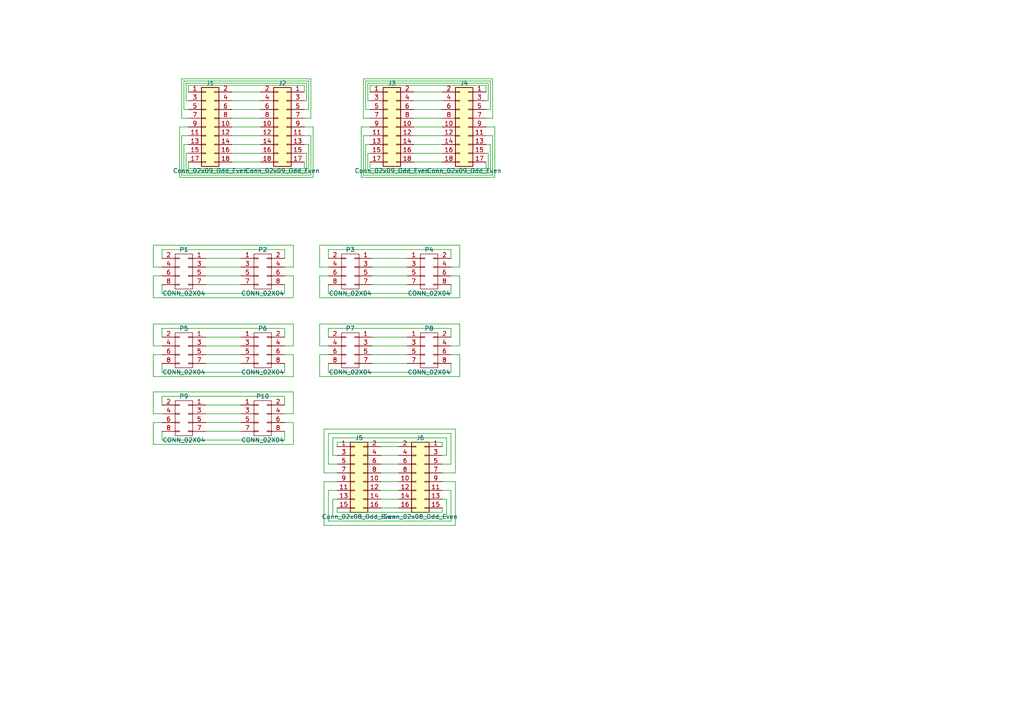
<source format=kicad_sch>
(kicad_sch (version 20230121) (generator eeschema)
  (paper "A4")
  (lib_symbols
    (symbol "Front-Connector-Board-rescue:CONN_02X04" (pin_names (offset 0.0254) hide)
      (property "Reference" "P" (at 0 6.35 0))
      (property "Value" "CONN_02X04" (at 0 -6.35 0))
      (symbol "CONN_02X04_0_1"
        (rectangle (start -2.54 -3.683) (end -1.27 -3.937))
        (rectangle (start -2.54 -1.143) (end -1.27 -1.397))
        (rectangle (start -2.54 1.397) (end -1.27 1.143))
        (rectangle (start -2.54 3.937) (end -1.27 3.683))
        (rectangle (start -2.54 5.08) (end 2.54 -5.08))
        (rectangle (start 1.27 -3.683) (end 2.54 -3.937))
        (rectangle (start 1.27 -1.143) (end 2.54 -1.397))
        (rectangle (start 1.27 1.397) (end 2.54 1.143))
        (rectangle (start 1.27 3.937) (end 2.54 3.683))
      )
      (symbol "CONN_02X04_1_1"
        (pin passive line (at -6.35 3.81 0) (length 3.81) (name "P1") (number "1"))
        (pin passive line (at 6.35 3.81 180) (length 3.81) (name "P2") (number "2"))
        (pin passive line (at -6.35 1.27 0) (length 3.81) (name "P3") (number "3"))
        (pin passive line (at 6.35 1.27 180) (length 3.81) (name "P4") (number "4"))
        (pin passive line (at -6.35 -1.27 0) (length 3.81) (name "P5") (number "5"))
        (pin passive line (at 6.35 -1.27 180) (length 3.81) (name "P6") (number "6"))
        (pin passive line (at -6.35 -3.81 0) (length 3.81) (name "P7") (number "7"))
        (pin passive line (at 6.35 -3.81 180) (length 3.81) (name "P8") (number "8"))
      )
    )
    (symbol "Front-Connector-Board-rescue:Conn_02x08_Odd_Even" (pin_names (offset 1.016) hide)
      (property "Reference" "J" (at 1.27 10.16 0))
      (property "Value" "Conn_02x08_Odd_Even" (at 1.27 -12.7 0))
      (symbol "Conn_02x08_Odd_Even_1_1"
        (rectangle (start -1.27 -10.033) (end 0 -10.287) (stroke (width 0.1524)))
        (rectangle (start -1.27 -7.493) (end 0 -7.747) (stroke (width 0.1524)))
        (rectangle (start -1.27 -4.953) (end 0 -5.207) (stroke (width 0.1524)))
        (rectangle (start -1.27 -2.413) (end 0 -2.667) (stroke (width 0.1524)))
        (rectangle (start -1.27 0.127) (end 0 -0.127) (stroke (width 0.1524)))
        (rectangle (start -1.27 2.667) (end 0 2.413) (stroke (width 0.1524)))
        (rectangle (start -1.27 5.207) (end 0 4.953) (stroke (width 0.1524)))
        (rectangle (start -1.27 7.747) (end 0 7.493) (stroke (width 0.1524)))
        (rectangle (start -1.27 8.89) (end 3.81 -11.43) (stroke (width 0.254)) (fill (type background)))
        (rectangle (start 3.81 -10.033) (end 2.54 -10.287) (stroke (width 0.1524)))
        (rectangle (start 3.81 -7.493) (end 2.54 -7.747) (stroke (width 0.1524)))
        (rectangle (start 3.81 -4.953) (end 2.54 -5.207) (stroke (width 0.1524)))
        (rectangle (start 3.81 -2.413) (end 2.54 -2.667) (stroke (width 0.1524)))
        (rectangle (start 3.81 0.127) (end 2.54 -0.127) (stroke (width 0.1524)))
        (rectangle (start 3.81 2.667) (end 2.54 2.413) (stroke (width 0.1524)))
        (rectangle (start 3.81 5.207) (end 2.54 4.953) (stroke (width 0.1524)))
        (rectangle (start 3.81 7.747) (end 2.54 7.493) (stroke (width 0.1524)))
        (pin passive line (at -5.08 7.62 0) (length 3.81) (name "Pin_1") (number "1"))
        (pin passive line (at 7.62 -2.54 180) (length 3.81) (name "Pin_10") (number "10"))
        (pin passive line (at -5.08 -5.08 0) (length 3.81) (name "Pin_11") (number "11"))
        (pin passive line (at 7.62 -5.08 180) (length 3.81) (name "Pin_12") (number "12"))
        (pin passive line (at -5.08 -7.62 0) (length 3.81) (name "Pin_13") (number "13"))
        (pin passive line (at 7.62 -7.62 180) (length 3.81) (name "Pin_14") (number "14"))
        (pin passive line (at -5.08 -10.16 0) (length 3.81) (name "Pin_15") (number "15"))
        (pin passive line (at 7.62 -10.16 180) (length 3.81) (name "Pin_16") (number "16"))
        (pin passive line (at 7.62 7.62 180) (length 3.81) (name "Pin_2") (number "2"))
        (pin passive line (at -5.08 5.08 0) (length 3.81) (name "Pin_3") (number "3"))
        (pin passive line (at 7.62 5.08 180) (length 3.81) (name "Pin_4") (number "4"))
        (pin passive line (at -5.08 2.54 0) (length 3.81) (name "Pin_5") (number "5"))
        (pin passive line (at 7.62 2.54 180) (length 3.81) (name "Pin_6") (number "6"))
        (pin passive line (at -5.08 0 0) (length 3.81) (name "Pin_7") (number "7"))
        (pin passive line (at 7.62 0 180) (length 3.81) (name "Pin_8") (number "8"))
        (pin passive line (at -5.08 -2.54 0) (length 3.81) (name "Pin_9") (number "9"))
      )
    )
    (symbol "Front-Connector-Board-rescue:Conn_02x09_Odd_Even" (pin_names (offset 1.016) hide)
      (property "Reference" "J" (at 1.27 12.7 0))
      (property "Value" "Conn_02x09_Odd_Even" (at 1.27 -12.7 0))
      (symbol "Conn_02x09_Odd_Even_1_1"
        (rectangle (start -1.27 -10.033) (end 0 -10.287) (stroke (width 0.1524)))
        (rectangle (start -1.27 -7.493) (end 0 -7.747) (stroke (width 0.1524)))
        (rectangle (start -1.27 -4.953) (end 0 -5.207) (stroke (width 0.1524)))
        (rectangle (start -1.27 -2.413) (end 0 -2.667) (stroke (width 0.1524)))
        (rectangle (start -1.27 0.127) (end 0 -0.127) (stroke (width 0.1524)))
        (rectangle (start -1.27 2.667) (end 0 2.413) (stroke (width 0.1524)))
        (rectangle (start -1.27 5.207) (end 0 4.953) (stroke (width 0.1524)))
        (rectangle (start -1.27 7.747) (end 0 7.493) (stroke (width 0.1524)))
        (rectangle (start -1.27 10.287) (end 0 10.033) (stroke (width 0.1524)))
        (rectangle (start -1.27 11.43) (end 3.81 -11.43) (stroke (width 0.254)) (fill (type background)))
        (rectangle (start 3.81 -10.033) (end 2.54 -10.287) (stroke (width 0.1524)))
        (rectangle (start 3.81 -7.493) (end 2.54 -7.747) (stroke (width 0.1524)))
        (rectangle (start 3.81 -4.953) (end 2.54 -5.207) (stroke (width 0.1524)))
        (rectangle (start 3.81 -2.413) (end 2.54 -2.667) (stroke (width 0.1524)))
        (rectangle (start 3.81 0.127) (end 2.54 -0.127) (stroke (width 0.1524)))
        (rectangle (start 3.81 2.667) (end 2.54 2.413) (stroke (width 0.1524)))
        (rectangle (start 3.81 5.207) (end 2.54 4.953) (stroke (width 0.1524)))
        (rectangle (start 3.81 7.747) (end 2.54 7.493) (stroke (width 0.1524)))
        (rectangle (start 3.81 10.287) (end 2.54 10.033) (stroke (width 0.1524)))
        (pin passive line (at -5.08 10.16 0) (length 3.81) (name "Pin_1") (number "1"))
        (pin passive line (at 7.62 0 180) (length 3.81) (name "Pin_10") (number "10"))
        (pin passive line (at -5.08 -2.54 0) (length 3.81) (name "Pin_11") (number "11"))
        (pin passive line (at 7.62 -2.54 180) (length 3.81) (name "Pin_12") (number "12"))
        (pin passive line (at -5.08 -5.08 0) (length 3.81) (name "Pin_13") (number "13"))
        (pin passive line (at 7.62 -5.08 180) (length 3.81) (name "Pin_14") (number "14"))
        (pin passive line (at -5.08 -7.62 0) (length 3.81) (name "Pin_15") (number "15"))
        (pin passive line (at 7.62 -7.62 180) (length 3.81) (name "Pin_16") (number "16"))
        (pin passive line (at -5.08 -10.16 0) (length 3.81) (name "Pin_17") (number "17"))
        (pin passive line (at 7.62 -10.16 180) (length 3.81) (name "Pin_18") (number "18"))
        (pin passive line (at 7.62 10.16 180) (length 3.81) (name "Pin_2") (number "2"))
        (pin passive line (at -5.08 7.62 0) (length 3.81) (name "Pin_3") (number "3"))
        (pin passive line (at 7.62 7.62 180) (length 3.81) (name "Pin_4") (number "4"))
        (pin passive line (at -5.08 5.08 0) (length 3.81) (name "Pin_5") (number "5"))
        (pin passive line (at 7.62 5.08 180) (length 3.81) (name "Pin_6") (number "6"))
        (pin passive line (at -5.08 2.54 0) (length 3.81) (name "Pin_7") (number "7"))
        (pin passive line (at 7.62 2.54 180) (length 3.81) (name "Pin_8") (number "8"))
        (pin passive line (at -5.08 0 0) (length 3.81) (name "Pin_9") (number "9"))
      )
    )
  )
  (wire (pts (xy 95.25 72.39) (xy 95.25 74.93)))
  (wire (pts (xy 46.99 85.09) (xy 46.99 82.55)))
  (wire (pts (xy 107.95 102.87) (xy 118.11 102.87)))
  (wire (pts (xy 130.81 72.39) (xy 130.81 74.93)))
  (wire (pts (xy 67.31 29.21) (xy 75.565 29.21)))
  (wire (pts (xy 59.69 82.55) (xy 69.85 82.55)))
  (wire (pts (xy 88.265 48.895) (xy 88.265 46.99)))
  (wire (pts (xy 142.24 50.165) (xy 142.24 41.91)))
  (wire (pts (xy 130.81 107.95) (xy 95.25 107.95)))
  (wire (pts (xy 129.54 127) (xy 129.54 132.08)))
  (wire (pts (xy 90.17 50.8) (xy 90.17 39.37)))
  (wire (pts (xy 133.35 80.01) (xy 130.81 80.01)))
  (wire (pts (xy 130.81 134.62) (xy 130.81 125.73)))
  (wire (pts (xy 107.95 80.01) (xy 118.11 80.01)))
  (wire (pts (xy 46.99 107.95) (xy 46.99 105.41)))
  (wire (pts (xy 82.55 95.25) (xy 46.99 95.25)))
  (wire (pts (xy 82.55 72.39) (xy 46.99 72.39)))
  (wire (pts (xy 85.09 100.33) (xy 82.55 100.33)))
  (wire (pts (xy 141.605 24.13) (xy 141.605 29.21)))
  (wire (pts (xy 106.045 41.91) (xy 106.045 50.165)))
  (wire (pts (xy 95.25 95.25) (xy 95.25 97.79)))
  (wire (pts (xy 85.09 93.98) (xy 85.09 100.33)))
  (wire (pts (xy 59.69 117.475) (xy 69.85 117.475)))
  (wire (pts (xy 93.98 152.4) (xy 132.08 152.4)))
  (wire (pts (xy 95.25 85.09) (xy 95.25 82.55)))
  (wire (pts (xy 46.99 102.87) (xy 44.45 102.87)))
  (wire (pts (xy 97.79 139.7) (xy 93.98 139.7)))
  (wire (pts (xy 142.875 34.29) (xy 140.97 34.29)))
  (wire (pts (xy 44.45 71.12) (xy 85.09 71.12)))
  (wire (pts (xy 130.81 151.13) (xy 95.25 151.13)))
  (wire (pts (xy 54.61 39.37) (xy 52.705 39.37)))
  (wire (pts (xy 46.99 114.935) (xy 46.99 117.475)))
  (wire (pts (xy 107.95 105.41) (xy 118.11 105.41)))
  (wire (pts (xy 128.27 147.32) (xy 128.27 148.59)))
  (wire (pts (xy 93.98 137.16) (xy 93.98 124.46)))
  (wire (pts (xy 54.61 46.99) (xy 54.61 48.895)))
  (wire (pts (xy 59.69 74.93) (xy 69.85 74.93)))
  (wire (pts (xy 53.34 31.75) (xy 53.34 23.495)))
  (wire (pts (xy 142.24 31.75) (xy 140.97 31.75)))
  (wire (pts (xy 97.79 128.27) (xy 97.79 129.54)))
  (wire (pts (xy 53.975 49.53) (xy 88.9 49.53)))
  (wire (pts (xy 128.27 134.62) (xy 130.81 134.62)))
  (wire (pts (xy 142.24 23.495) (xy 142.24 31.75)))
  (wire (pts (xy 132.08 137.16) (xy 128.27 137.16)))
  (wire (pts (xy 107.315 46.99) (xy 107.315 48.895)))
  (wire (pts (xy 54.61 36.83) (xy 52.07 36.83)))
  (wire (pts (xy 142.875 39.37) (xy 140.97 39.37)))
  (wire (pts (xy 95.25 100.33) (xy 92.71 100.33)))
  (wire (pts (xy 110.49 147.32) (xy 115.57 147.32)))
  (wire (pts (xy 90.805 36.83) (xy 88.265 36.83)))
  (wire (pts (xy 107.315 48.895) (xy 140.97 48.895)))
  (wire (pts (xy 133.35 86.36) (xy 133.35 80.01)))
  (wire (pts (xy 104.775 51.435) (xy 143.51 51.435)))
  (wire (pts (xy 107.95 77.47) (xy 118.11 77.47)))
  (wire (pts (xy 54.61 34.29) (xy 52.705 34.29)))
  (wire (pts (xy 85.09 128.905) (xy 85.09 122.555)))
  (wire (pts (xy 120.015 41.91) (xy 128.27 41.91)))
  (wire (pts (xy 53.34 23.495) (xy 89.535 23.495)))
  (wire (pts (xy 90.805 51.435) (xy 90.805 36.83)))
  (wire (pts (xy 120.015 36.83) (xy 128.27 36.83)))
  (wire (pts (xy 132.08 139.7) (xy 128.27 139.7)))
  (wire (pts (xy 67.31 46.99) (xy 75.565 46.99)))
  (wire (pts (xy 92.71 71.12) (xy 133.35 71.12)))
  (wire (pts (xy 54.61 31.75) (xy 53.34 31.75)))
  (wire (pts (xy 88.9 44.45) (xy 88.265 44.45)))
  (wire (pts (xy 93.98 139.7) (xy 93.98 152.4)))
  (wire (pts (xy 85.09 71.12) (xy 85.09 77.47)))
  (wire (pts (xy 90.17 39.37) (xy 88.265 39.37)))
  (wire (pts (xy 92.71 93.98) (xy 133.35 93.98)))
  (wire (pts (xy 67.31 26.67) (xy 75.565 26.67)))
  (wire (pts (xy 90.17 34.29) (xy 88.265 34.29)))
  (wire (pts (xy 82.55 114.935) (xy 82.55 117.475)))
  (wire (pts (xy 106.045 31.75) (xy 106.045 23.495)))
  (wire (pts (xy 107.95 100.33) (xy 118.11 100.33)))
  (wire (pts (xy 106.68 24.13) (xy 141.605 24.13)))
  (wire (pts (xy 92.71 80.01) (xy 92.71 86.36)))
  (wire (pts (xy 106.045 23.495) (xy 142.24 23.495)))
  (wire (pts (xy 88.9 29.21) (xy 88.265 29.21)))
  (wire (pts (xy 120.015 39.37) (xy 128.27 39.37)))
  (wire (pts (xy 129.54 144.78) (xy 128.27 144.78)))
  (wire (pts (xy 141.605 29.21) (xy 140.97 29.21)))
  (wire (pts (xy 142.24 41.91) (xy 140.97 41.91)))
  (wire (pts (xy 52.705 34.29) (xy 52.705 22.86)))
  (wire (pts (xy 120.015 29.21) (xy 128.27 29.21)))
  (wire (pts (xy 106.68 44.45) (xy 106.68 49.53)))
  (wire (pts (xy 67.31 31.75) (xy 75.565 31.75)))
  (wire (pts (xy 128.27 128.27) (xy 97.79 128.27)))
  (wire (pts (xy 59.69 77.47) (xy 69.85 77.47)))
  (wire (pts (xy 120.015 44.45) (xy 128.27 44.45)))
  (wire (pts (xy 82.55 82.55) (xy 82.55 85.09)))
  (wire (pts (xy 52.705 22.86) (xy 90.17 22.86)))
  (wire (pts (xy 59.69 125.095) (xy 69.85 125.095)))
  (wire (pts (xy 53.975 24.13) (xy 88.9 24.13)))
  (wire (pts (xy 44.45 93.98) (xy 85.09 93.98)))
  (wire (pts (xy 132.08 152.4) (xy 132.08 139.7)))
  (wire (pts (xy 105.41 50.8) (xy 142.875 50.8)))
  (wire (pts (xy 82.55 105.41) (xy 82.55 107.95)))
  (wire (pts (xy 130.81 95.25) (xy 95.25 95.25)))
  (wire (pts (xy 88.265 24.765) (xy 88.265 26.67)))
  (wire (pts (xy 107.315 26.67) (xy 107.315 24.765)))
  (wire (pts (xy 53.34 50.165) (xy 89.535 50.165)))
  (wire (pts (xy 107.95 82.55) (xy 118.11 82.55)))
  (wire (pts (xy 85.09 113.665) (xy 85.09 120.015)))
  (wire (pts (xy 97.79 144.78) (xy 96.52 144.78)))
  (wire (pts (xy 44.45 120.015) (xy 44.45 113.665)))
  (wire (pts (xy 130.81 85.09) (xy 95.25 85.09)))
  (wire (pts (xy 59.69 120.015) (xy 69.85 120.015)))
  (wire (pts (xy 59.69 105.41) (xy 69.85 105.41)))
  (wire (pts (xy 107.315 34.29) (xy 105.41 34.29)))
  (wire (pts (xy 67.31 39.37) (xy 75.565 39.37)))
  (wire (pts (xy 140.97 48.895) (xy 140.97 46.99)))
  (wire (pts (xy 106.68 29.21) (xy 106.68 24.13)))
  (wire (pts (xy 130.81 142.24) (xy 130.81 151.13)))
  (wire (pts (xy 85.09 77.47) (xy 82.55 77.47)))
  (wire (pts (xy 59.69 122.555) (xy 69.85 122.555)))
  (wire (pts (xy 59.69 80.01) (xy 69.85 80.01)))
  (wire (pts (xy 44.45 86.36) (xy 85.09 86.36)))
  (wire (pts (xy 54.61 44.45) (xy 53.975 44.45)))
  (wire (pts (xy 97.79 132.08) (xy 96.52 132.08)))
  (wire (pts (xy 44.45 113.665) (xy 85.09 113.665)))
  (wire (pts (xy 92.71 86.36) (xy 133.35 86.36)))
  (wire (pts (xy 67.31 41.91) (xy 75.565 41.91)))
  (wire (pts (xy 46.99 100.33) (xy 44.45 100.33)))
  (wire (pts (xy 140.97 24.765) (xy 140.97 26.67)))
  (wire (pts (xy 85.09 120.015) (xy 82.55 120.015)))
  (wire (pts (xy 96.52 149.86) (xy 129.54 149.86)))
  (wire (pts (xy 107.315 44.45) (xy 106.68 44.45)))
  (wire (pts (xy 133.35 102.87) (xy 130.81 102.87)))
  (wire (pts (xy 105.41 34.29) (xy 105.41 22.86)))
  (wire (pts (xy 130.81 72.39) (xy 95.25 72.39)))
  (wire (pts (xy 95.25 134.62) (xy 97.79 134.62)))
  (wire (pts (xy 95.25 80.01) (xy 92.71 80.01)))
  (wire (pts (xy 97.79 137.16) (xy 93.98 137.16)))
  (wire (pts (xy 120.015 34.29) (xy 128.27 34.29)))
  (wire (pts (xy 44.45 77.47) (xy 44.45 71.12)))
  (wire (pts (xy 132.08 124.46) (xy 132.08 137.16)))
  (wire (pts (xy 85.09 80.01) (xy 82.55 80.01)))
  (wire (pts (xy 46.99 72.39) (xy 46.99 74.93)))
  (wire (pts (xy 89.535 23.495) (xy 89.535 31.75)))
  (wire (pts (xy 89.535 31.75) (xy 88.265 31.75)))
  (wire (pts (xy 106.68 49.53) (xy 141.605 49.53)))
  (wire (pts (xy 130.81 95.25) (xy 130.81 97.79)))
  (wire (pts (xy 85.09 109.22) (xy 85.09 102.87)))
  (wire (pts (xy 54.61 24.765) (xy 88.265 24.765)))
  (wire (pts (xy 53.34 41.91) (xy 53.34 50.165)))
  (wire (pts (xy 142.875 22.86) (xy 142.875 34.29)))
  (wire (pts (xy 128.27 129.54) (xy 128.27 128.27)))
  (wire (pts (xy 54.61 48.895) (xy 88.265 48.895)))
  (wire (pts (xy 53.975 44.45) (xy 53.975 49.53)))
  (wire (pts (xy 82.55 72.39) (xy 82.55 74.93)))
  (wire (pts (xy 128.27 142.24) (xy 130.81 142.24)))
  (wire (pts (xy 52.705 50.8) (xy 90.17 50.8)))
  (wire (pts (xy 52.07 36.83) (xy 52.07 51.435)))
  (wire (pts (xy 82.55 95.25) (xy 82.55 97.79)))
  (wire (pts (xy 141.605 44.45) (xy 140.97 44.45)))
  (wire (pts (xy 133.35 100.33) (xy 130.81 100.33)))
  (wire (pts (xy 95.25 151.13) (xy 95.25 142.24)))
  (wire (pts (xy 67.31 34.29) (xy 75.565 34.29)))
  (wire (pts (xy 44.45 109.22) (xy 85.09 109.22)))
  (wire (pts (xy 107.315 24.765) (xy 140.97 24.765)))
  (wire (pts (xy 92.71 102.87) (xy 92.71 109.22)))
  (wire (pts (xy 107.95 74.93) (xy 118.11 74.93)))
  (wire (pts (xy 85.09 122.555) (xy 82.55 122.555)))
  (wire (pts (xy 44.45 102.87) (xy 44.45 109.22)))
  (wire (pts (xy 143.51 36.83) (xy 140.97 36.83)))
  (wire (pts (xy 97.79 148.59) (xy 97.79 147.32)))
  (wire (pts (xy 89.535 50.165) (xy 89.535 41.91)))
  (wire (pts (xy 59.69 100.33) (xy 69.85 100.33)))
  (wire (pts (xy 44.45 100.33) (xy 44.45 93.98)))
  (wire (pts (xy 133.35 77.47) (xy 130.81 77.47)))
  (wire (pts (xy 107.315 31.75) (xy 106.045 31.75)))
  (wire (pts (xy 129.54 132.08) (xy 128.27 132.08)))
  (wire (pts (xy 120.015 46.99) (xy 128.27 46.99)))
  (wire (pts (xy 82.55 107.95) (xy 46.99 107.95)))
  (wire (pts (xy 110.49 139.7) (xy 115.57 139.7)))
  (wire (pts (xy 110.49 134.62) (xy 115.57 134.62)))
  (wire (pts (xy 82.55 85.09) (xy 46.99 85.09)))
  (wire (pts (xy 46.99 127.635) (xy 46.99 125.095)))
  (wire (pts (xy 92.71 100.33) (xy 92.71 93.98)))
  (wire (pts (xy 95.25 142.24) (xy 97.79 142.24)))
  (wire (pts (xy 46.99 122.555) (xy 44.45 122.555)))
  (wire (pts (xy 120.015 31.75) (xy 128.27 31.75)))
  (wire (pts (xy 120.015 26.67) (xy 128.27 26.67)))
  (wire (pts (xy 44.45 122.555) (xy 44.45 128.905)))
  (wire (pts (xy 129.54 149.86) (xy 129.54 144.78)))
  (wire (pts (xy 110.49 142.24) (xy 115.57 142.24)))
  (wire (pts (xy 96.52 132.08) (xy 96.52 127)))
  (wire (pts (xy 110.49 137.16) (xy 115.57 137.16)))
  (wire (pts (xy 105.41 22.86) (xy 142.875 22.86)))
  (wire (pts (xy 107.95 97.79) (xy 118.11 97.79)))
  (wire (pts (xy 53.975 29.21) (xy 53.975 24.13)))
  (wire (pts (xy 82.55 114.935) (xy 46.99 114.935)))
  (wire (pts (xy 67.31 36.83) (xy 75.565 36.83)))
  (wire (pts (xy 133.35 109.22) (xy 133.35 102.87)))
  (wire (pts (xy 96.52 127) (xy 129.54 127)))
  (wire (pts (xy 59.69 102.87) (xy 69.85 102.87)))
  (wire (pts (xy 85.09 102.87) (xy 82.55 102.87)))
  (wire (pts (xy 130.81 105.41) (xy 130.81 107.95)))
  (wire (pts (xy 107.315 36.83) (xy 104.775 36.83)))
  (wire (pts (xy 105.41 39.37) (xy 105.41 50.8)))
  (wire (pts (xy 52.705 39.37) (xy 52.705 50.8)))
  (wire (pts (xy 110.49 132.08) (xy 115.57 132.08)))
  (wire (pts (xy 130.81 125.73) (xy 95.25 125.73)))
  (wire (pts (xy 95.25 102.87) (xy 92.71 102.87)))
  (wire (pts (xy 89.535 41.91) (xy 88.265 41.91)))
  (wire (pts (xy 130.81 82.55) (xy 130.81 85.09)))
  (wire (pts (xy 67.31 44.45) (xy 75.565 44.45)))
  (wire (pts (xy 93.98 124.46) (xy 132.08 124.46)))
  (wire (pts (xy 46.99 77.47) (xy 44.45 77.47)))
  (wire (pts (xy 46.99 95.25) (xy 46.99 97.79)))
  (wire (pts (xy 95.25 125.73) (xy 95.25 134.62)))
  (wire (pts (xy 54.61 26.67) (xy 54.61 24.765)))
  (wire (pts (xy 110.49 144.78) (xy 115.57 144.78)))
  (wire (pts (xy 107.315 29.21) (xy 106.68 29.21)))
  (wire (pts (xy 95.25 77.47) (xy 92.71 77.47)))
  (wire (pts (xy 90.17 22.86) (xy 90.17 34.29)))
  (wire (pts (xy 128.27 148.59) (xy 97.79 148.59)))
  (wire (pts (xy 106.045 50.165) (xy 142.24 50.165)))
  (wire (pts (xy 88.9 49.53) (xy 88.9 44.45)))
  (wire (pts (xy 143.51 51.435) (xy 143.51 36.83)))
  (wire (pts (xy 52.07 51.435) (xy 90.805 51.435)))
  (wire (pts (xy 92.71 109.22) (xy 133.35 109.22)))
  (wire (pts (xy 133.35 71.12) (xy 133.35 77.47)))
  (wire (pts (xy 88.9 24.13) (xy 88.9 29.21)))
  (wire (pts (xy 110.49 129.54) (xy 115.57 129.54)))
  (wire (pts (xy 107.315 41.91) (xy 106.045 41.91)))
  (wire (pts (xy 95.25 107.95) (xy 95.25 105.41)))
  (wire (pts (xy 54.61 41.91) (xy 53.34 41.91)))
  (wire (pts (xy 82.55 125.095) (xy 82.55 127.635)))
  (wire (pts (xy 104.775 36.83) (xy 104.775 51.435)))
  (wire (pts (xy 82.55 127.635) (xy 46.99 127.635)))
  (wire (pts (xy 46.99 80.01) (xy 44.45 80.01)))
  (wire (pts (xy 85.09 86.36) (xy 85.09 80.01)))
  (wire (pts (xy 46.99 120.015) (xy 44.45 120.015)))
  (wire (pts (xy 141.605 49.53) (xy 141.605 44.45)))
  (wire (pts (xy 133.35 93.98) (xy 133.35 100.33)))
  (wire (pts (xy 96.52 144.78) (xy 96.52 149.86)))
  (wire (pts (xy 92.71 77.47) (xy 92.71 71.12)))
  (wire (pts (xy 44.45 80.01) (xy 44.45 86.36)))
  (wire (pts (xy 107.315 39.37) (xy 105.41 39.37)))
  (wire (pts (xy 54.61 29.21) (xy 53.975 29.21)))
  (wire (pts (xy 142.875 50.8) (xy 142.875 39.37)))
  (wire (pts (xy 59.69 97.79) (xy 69.85 97.79)))
  (wire (pts (xy 44.45 128.905) (xy 85.09 128.905)))
  (symbol (lib_id "Front-Connector-Board-rescue:CONN_02X04") (at 124.46 78.74 0) (unit 1)
    (property "Reference" "P4" (at 124.46 72.39 0))
    (property "Value" "CONN_02X04" (at 124.46 85.09 0))
    (property "Footprint" "USST-footprints:Molex_MiniFit-JR-5569-08A2_2x04x4.20mm_Angled_Overhang" (effects hide))
  )
  (symbol (lib_id "Front-Connector-Board-rescue:CONN_02X04") (at 101.6 78.74 0) (mirror y) (unit 1)
    (property "Reference" "P3" (at 101.6 72.39 0))
    (property "Value" "CONN_02X04" (at 101.6 85.09 0))
    (property "Footprint" "USST-footprints:Molex_MiniFit-JR-5569-08A2_2x04x4.20mm_Angled_Overhang" (effects hide))
  )
  (symbol (lib_id "Front-Connector-Board-rescue:CONN_02X04") (at 76.2 101.6 0) (unit 1)
    (property "Reference" "P6" (at 76.2 95.25 0))
    (property "Value" "CONN_02X04" (at 76.2 107.95 0))
    (property "Footprint" "USST-footprints:Molex_MiniFit-JR-5569-08A2_2x04x4.20mm_Angled_Overhang" (effects hide))
  )
  (symbol (lib_id "Front-Connector-Board-rescue:CONN_02X04") (at 53.34 101.6 0) (mirror y) (unit 1)
    (property "Reference" "P5" (at 53.34 95.25 0))
    (property "Value" "CONN_02X04" (at 53.34 107.95 0))
    (property "Footprint" "USST-footprints:Molex_MiniFit-JR-5569-08A2_2x04x4.20mm_Angled_Overhang" (effects hide))
  )
  (symbol (lib_id "Front-Connector-Board-rescue:CONN_02X04") (at 76.2 78.74 0) (unit 1)
    (property "Reference" "P2" (at 76.2 72.39 0))
    (property "Value" "CONN_02X04" (at 76.2 85.09 0))
    (property "Footprint" "USST-footprints:Molex_MiniFit-JR-5569-08A2_2x04x4.20mm_Angled_Overhang" (effects hide))
  )
  (symbol (lib_id "Front-Connector-Board-rescue:CONN_02X04") (at 53.34 78.74 0) (mirror y) (unit 1)
    (property "Reference" "P1" (at 53.34 72.39 0))
    (property "Value" "CONN_02X04" (at 53.34 85.09 0))
    (property "Footprint" "USST-footprints:Molex_MiniFit-JR-5569-08A2_2x04x4.20mm_Angled_Overhang" (effects hide))
  )
  (symbol (lib_id "Front-Connector-Board-rescue:CONN_02X04") (at 124.46 101.6 0) (unit 1)
    (property "Reference" "P8" (at 124.46 95.25 0))
    (property "Value" "CONN_02X04" (at 124.46 107.95 0))
    (property "Footprint" "USST-footprints:Molex_MiniFit-JR-5569-08A2_2x04x4.20mm_Angled_Overhang" (effects hide))
  )
  (symbol (lib_id "Front-Connector-Board-rescue:CONN_02X04") (at 101.6 101.6 0) (mirror y) (unit 1)
    (property "Reference" "P7" (at 101.6 95.25 0))
    (property "Value" "CONN_02X04" (at 101.6 107.95 0))
    (property "Footprint" "USST-footprints:Molex_MiniFit-JR-5569-08A2_2x04x4.20mm_Angled_Overhang" (effects hide))
  )
  (symbol (lib_id "Front-Connector-Board-rescue:Conn_02x09_Odd_Even") (at 59.69 36.83 0) (unit 1)
    (property "Reference" "J1" (at 60.96 24.13 0))
    (property "Value" "Conn_02x09_Odd_Even" (at 60.96 49.53 0))
    (property "Footprint" "USST-footprints:USB-A_3.0_Stacked_WM10420-ND" (effects hide))
  )
  (symbol (lib_id "Front-Connector-Board-rescue:Conn_02x09_Odd_Even") (at 83.185 36.83 0) (mirror y) (unit 1)
    (property "Reference" "J2" (at 81.915 24.13 0))
    (property "Value" "Conn_02x09_Odd_Even" (at 81.915 49.53 0))
    (property "Footprint" "USST-footprints:USB-A_3.0_Stacked_WM10420-ND" (effects hide))
  )
  (symbol (lib_id "Front-Connector-Board-rescue:Conn_02x09_Odd_Even") (at 112.395 36.83 0) (unit 1)
    (property "Reference" "J3" (at 113.665 24.13 0))
    (property "Value" "Conn_02x09_Odd_Even" (at 113.665 49.53 0))
    (property "Footprint" "USST-footprints:USB-A_3.0_Stacked_WM10420-ND" (effects hide))
  )
  (symbol (lib_id "Front-Connector-Board-rescue:Conn_02x09_Odd_Even") (at 135.89 36.83 0) (mirror y) (unit 1)
    (property "Reference" "J4" (at 134.62 24.13 0))
    (property "Value" "Conn_02x09_Odd_Even" (at 134.62 49.53 0))
    (property "Footprint" "USST-footprints:USB-A_3.0_Stacked_WM10420-ND" (effects hide))
  )
  (symbol (lib_id "Front-Connector-Board-rescue:CONN_02X04") (at 76.2 121.285 0) (unit 1)
    (property "Reference" "P10" (at 76.2 114.935 0))
    (property "Value" "CONN_02X04" (at 76.2 127.635 0))
    (property "Footprint" "USST-footprints:Molex_MiniFit-JR-5569-08A2_2x04x4.20mm_Angled_Overhang" (effects hide))
  )
  (symbol (lib_id "Front-Connector-Board-rescue:CONN_02X04") (at 53.34 121.285 0) (mirror y) (unit 1)
    (property "Reference" "P9" (at 53.34 114.935 0))
    (property "Value" "CONN_02X04" (at 53.34 127.635 0))
    (property "Footprint" "USST-footprints:Molex_MiniFit-JR-5569-08A2_2x04x4.20mm_Angled_Overhang" (effects hide))
  )
  (symbol (lib_id "Front-Connector-Board-rescue:Conn_02x08_Odd_Even") (at 102.87 137.16 0) (unit 1)
    (property "Reference" "J5" (at 104.14 127 0))
    (property "Value" "Conn_02x08_Odd_Even" (at 104.14 149.86 0))
    (property "Footprint" "Pin_Headers:Pin_Header_Angled_2x08_Pitch2.54mm" (effects hide))
  )
  (symbol (lib_id "Front-Connector-Board-rescue:Conn_02x08_Odd_Even") (at 123.19 137.16 0) (mirror y) (unit 1)
    (property "Reference" "J6" (at 121.92 127 0))
    (property "Value" "Conn_02x08_Odd_Even" (at 121.92 149.86 0))
    (property "Footprint" "Pin_Headers:Pin_Header_Angled_2x08_Pitch2.54mm" (effects hide))
  )
)
</source>
